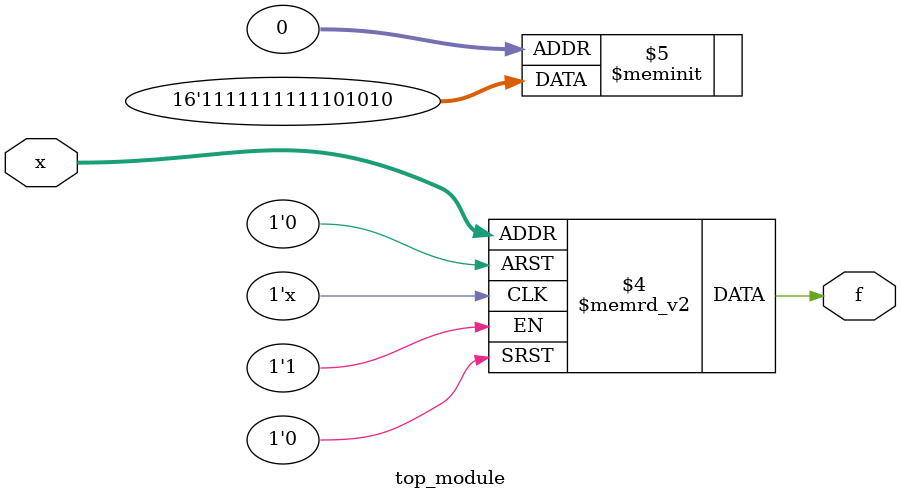
<source format=sv>
module top_module (
    input [4:1] x,
    output logic f
);

always_comb begin
    case ({x[4], x[3], x[2], x[1]})
        4'b0000, 4'b0010: f = 1'b0;
        4'b0101, 4'b1001, 4'b1011: f = 1'b1;
        4'b1100, 4'b1110, 4'b1101, 4'b1111, 4'b0111, 4'b0110, 4'b0011, 4'b0001, 4'b1000, 4'b1010: f = 1'b1;
        default: f = 1'b0;
    endcase
end

endmodule

</source>
